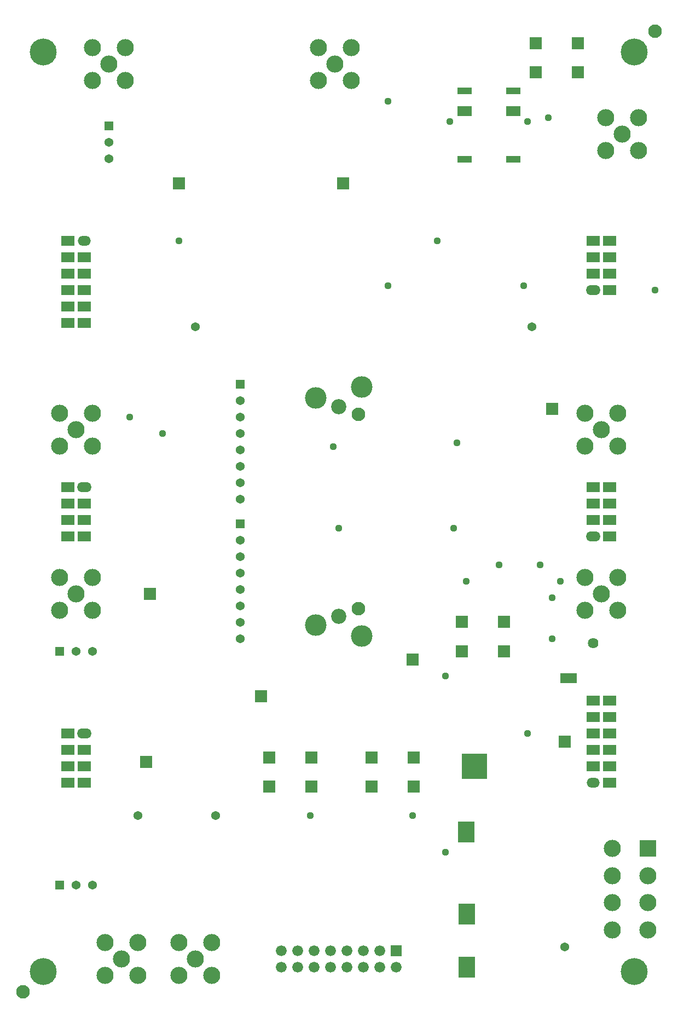
<source format=gbs>
*%FSLAX24Y24*%
*%MOIN*%
G01*
%ADD11C,0.0000*%
%ADD12C,0.0040*%
%ADD13C,0.0059*%
%ADD14C,0.0060*%
%ADD15C,0.0073*%
%ADD16C,0.0079*%
%ADD17C,0.0080*%
%ADD18C,0.0098*%
%ADD19C,0.0100*%
%ADD20C,0.0120*%
%ADD21C,0.0150*%
%ADD22C,0.0197*%
%ADD23C,0.0200*%
%ADD24C,0.0200*%
%ADD25C,0.0240*%
%ADD26C,0.0250*%
%ADD27C,0.0300*%
%ADD28C,0.0300*%
%ADD29C,0.0340*%
%ADD30C,0.0360*%
%ADD31C,0.0380*%
%ADD32C,0.0394*%
%ADD33C,0.0397*%
%ADD34C,0.0400*%
%ADD35C,0.0400*%
%ADD36C,0.0434*%
%ADD37C,0.0440*%
%ADD38C,0.0472*%
%ADD39C,0.0480*%
%ADD40C,0.0500*%
%ADD41C,0.0500*%
%ADD42C,0.0520*%
%ADD43C,0.0540*%
%ADD44C,0.0560*%
%ADD45C,0.0580*%
%ADD46C,0.0594*%
%ADD47C,0.0600*%
%ADD48C,0.0600*%
%ADD49C,0.0620*%
%ADD50C,0.0640*%
%ADD51C,0.0650*%
%ADD52C,0.0660*%
%ADD53C,0.0670*%
%ADD54C,0.0672*%
%ADD55O,0.0750X0.0560*%
%ADD56C,0.0760*%
%ADD57C,0.0787*%
%ADD58O,0.0790X0.0600*%
%ADD59C,0.0800*%
%ADD60C,0.0827*%
%ADD61O,0.0850X0.0560*%
%ADD62C,0.0850*%
%ADD63C,0.0870*%
%ADD64C,0.0886*%
%ADD65C,0.0889*%
%ADD66O,0.0890X0.0600*%
%ADD67C,0.0926*%
%ADD68C,0.1000*%
%ADD69C,0.1040*%
%ADD70C,0.1161*%
%ADD71C,0.1250*%
%ADD72C,0.1276*%
%ADD73C,0.1316*%
%ADD74C,0.1600*%
%ADD75C,0.1640*%
%ADD76C,0.2250*%
%ADD77R,0.0200X0.0200*%
%ADD78R,0.0350X0.0500*%
%ADD79R,0.0350X0.0520*%
%ADD80R,0.0360X0.1300*%
%ADD81R,0.0370X0.0530*%
%ADD82R,0.0394X0.0551*%
%ADD83R,0.0394X0.1102*%
%ADD84R,0.0400X0.0500*%
%ADD85R,0.0400X0.0750*%
%ADD86R,0.0400X0.1350*%
%ADD87R,0.0434X0.0591*%
%ADD88R,0.0440X0.0540*%
%ADD89R,0.0440X0.1390*%
%ADD90R,0.0500X0.0400*%
%ADD91R,0.0500X0.0500*%
%ADD92R,0.0500X0.0500*%
%ADD93R,0.0500X0.1200*%
%ADD94R,0.0540X0.0440*%
%ADD95R,0.0540X0.0540*%
%ADD96R,0.0550X0.0350*%
%ADD97R,0.0551X0.0394*%
%ADD98R,0.0591X0.0177*%
%ADD99R,0.0591X0.0434*%
%ADD100R,0.0600X0.0600*%
%ADD101R,0.0600X0.0650*%
%ADD102R,0.0600X0.1250*%
%ADD103R,0.0620X0.0620*%
%ADD104R,0.0631X0.0217*%
%ADD105R,0.0640X0.0640*%
%ADD106R,0.0640X0.1290*%
%ADD107R,0.0650X0.0300*%
%ADD108R,0.0660X0.0660*%
%ADD109R,0.0700X0.0300*%
%ADD110R,0.0700X0.0340*%
%ADD111R,0.0700X0.0350*%
%ADD112R,0.0700X0.0700*%
%ADD113R,0.0709X0.0394*%
%ADD114R,0.0740X0.0740*%
%ADD115R,0.0749X0.0434*%
%ADD116R,0.0750X0.0300*%
%ADD117R,0.0750X0.0400*%
%ADD118R,0.0750X0.0550*%
%ADD119R,0.0750X0.0560*%
%ADD120R,0.0790X0.0600*%
%ADD121R,0.0800X0.0350*%
%ADD122R,0.0800X0.0550*%
%ADD123R,0.0827X0.0394*%
%ADD124R,0.0827X0.0591*%
%ADD125R,0.0867X0.0434*%
%ADD126R,0.0867X0.0631*%
%ADD127R,0.0950X0.1200*%
%ADD128R,0.0960X0.0540*%
%ADD129R,0.0960X0.1220*%
%ADD130R,0.1000X0.0600*%
%ADD131R,0.1000X0.1000*%
%ADD132R,0.1000X0.1000*%
%ADD133R,0.1000X0.1100*%
%ADD134R,0.1000X0.1200*%
%ADD135R,0.1000X0.1250*%
%ADD136R,0.1040X0.0640*%
%ADD137R,0.1040X0.1040*%
%ADD138R,0.1040X0.1290*%
%ADD139R,0.1200X0.1200*%
%ADD140R,0.1417X0.0551*%
%ADD141R,0.1500X0.1500*%
%ADD142R,0.1540X0.1540*%
%ADD143R,0.2000X0.2000*%
%ADD144R,0.2200X0.2200*%
%ADD145R,0.2500X0.2500*%
D11*
X93460Y36000D02*
D03*
X91710Y36750D02*
D03*
X91460Y74000D02*
D03*
X89960Y56750D02*
D03*
X91460Y59000D02*
D03*
X89960Y61250D02*
D03*
Y62250D02*
D03*
Y65750D02*
D03*
X91210Y80250D02*
D03*
Y83750D02*
D03*
X88710Y59000D02*
D03*
X87960Y44250D02*
D03*
Y43000D02*
D03*
Y42000D02*
D03*
X89210Y76500D02*
D03*
X88960Y83000D02*
D03*
X88710Y81000D02*
D03*
Y74000D02*
D03*
X85960Y30500D02*
D03*
Y32000D02*
D03*
X87210Y33750D02*
D03*
Y35750D02*
D03*
X85960Y73500D02*
D03*
Y83500D02*
D03*
X87210Y86750D02*
D03*
Y84750D02*
D03*
X85960D02*
D03*
X85460Y36000D02*
D03*
X85210Y38250D02*
D03*
X85460Y43000D02*
D03*
Y41750D02*
D03*
X84210Y67250D02*
D03*
Y62250D02*
D03*
X85710Y80250D02*
D03*
X84460Y69500D02*
D03*
Y71000D02*
D03*
Y72250D02*
D03*
Y73500D02*
D03*
X82710Y39500D02*
D03*
X83210Y67250D02*
D03*
X82210D02*
D03*
Y62250D02*
D03*
X83210D02*
D03*
X82960Y80750D02*
D03*
X82710Y87000D02*
D03*
Y85000D02*
D03*
X81710Y36250D02*
D03*
X80710Y31250D02*
D03*
Y34500D02*
D03*
X81460Y49250D02*
D03*
X79960Y39000D02*
D03*
X80960Y42250D02*
D03*
Y41250D02*
D03*
X80710Y62250D02*
D03*
X80960Y54750D02*
D03*
Y67250D02*
D03*
X81210Y76500D02*
D03*
Y78000D02*
D03*
X81460Y79750D02*
D03*
X80710Y73750D02*
D03*
Y71250D02*
D03*
Y85500D02*
D03*
Y86500D02*
D03*
X78210Y31250D02*
D03*
X79460Y35250D02*
D03*
Y36250D02*
D03*
X78460Y49000D02*
D03*
X79460Y41500D02*
D03*
X78710Y39250D02*
D03*
X79210Y63750D02*
D03*
Y54750D02*
D03*
Y67250D02*
D03*
Y62250D02*
D03*
X78210Y81000D02*
D03*
Y82500D02*
D03*
X78960Y73750D02*
D03*
Y71250D02*
D03*
X79460Y84750D02*
D03*
X76210Y39500D02*
D03*
X77460Y54750D02*
D03*
Y67250D02*
D03*
X76210Y62250D02*
D03*
X77460D02*
D03*
Y63750D02*
D03*
X76210Y54750D02*
D03*
X76260Y57450D02*
D03*
X76310Y58500D02*
D03*
X76360Y63750D02*
D03*
X76210Y76500D02*
D03*
Y78000D02*
D03*
Y81000D02*
D03*
Y82500D02*
D03*
X77210Y73750D02*
D03*
X76210Y71250D02*
D03*
X77460D02*
D03*
X74210Y39750D02*
D03*
X74960Y47250D02*
D03*
X72210Y35250D02*
D03*
X72960Y46750D02*
D03*
X73660Y61950D02*
D03*
X73960Y56300D02*
D03*
X70960Y48500D02*
D03*
X71210Y36750D02*
D03*
X70210Y37750D02*
D03*
X71210D02*
D03*
X71460Y41000D02*
D03*
X70960Y51750D02*
D03*
X71710Y56750D02*
D03*
X70810Y63700D02*
D03*
X71860Y63950D02*
D03*
X70610Y61250D02*
D03*
X71110Y60250D02*
D03*
X71760Y59250D02*
D03*
X70960Y81000D02*
D03*
Y82500D02*
D03*
X71710Y85500D02*
D03*
Y87000D02*
D03*
X69710Y65250D02*
D03*
X69210Y82500D02*
D03*
X69710Y85500D02*
D03*
X69960Y87500D02*
D03*
X68210Y87750D02*
D03*
X66210Y34750D02*
D03*
X67210Y47750D02*
D03*
Y42000D02*
D03*
X67710Y67500D02*
D03*
X67210Y66250D02*
D03*
Y58750D02*
D03*
Y54000D02*
D03*
X66710Y80750D02*
D03*
X66460Y82250D02*
D03*
X67210Y73750D02*
D03*
Y78000D02*
D03*
Y76500D02*
D03*
X67960Y85500D02*
D03*
X66460D02*
D03*
X65210Y30000D02*
D03*
X64210Y34750D02*
D03*
X64460Y45750D02*
D03*
X65710Y47750D02*
D03*
X64460Y49250D02*
D03*
X65960Y39750D02*
D03*
X64460Y66250D02*
D03*
X64210Y63250D02*
D03*
Y64250D02*
D03*
X64460Y54000D02*
D03*
X65460Y73750D02*
D03*
X65710Y76500D02*
D03*
X64460Y87500D02*
D03*
X63960Y39750D02*
D03*
Y42000D02*
D03*
Y58750D02*
D03*
X62710D02*
D03*
X62960Y65500D02*
D03*
X63210Y74750D02*
D03*
Y76250D02*
D03*
X60710Y30000D02*
D03*
X61460Y34750D02*
D03*
X60960Y67250D02*
D03*
X61210Y63750D02*
D03*
X60960Y70000D02*
D03*
X62210Y87000D02*
D03*
Y85500D02*
D03*
X58960Y49500D02*
D03*
X59460Y44000D02*
D03*
X59210Y59000D02*
D03*
Y73000D02*
D03*
X59960Y34750D02*
D03*
X59710Y60750D02*
D03*
X57460Y69500D02*
D03*
X56460Y59000D02*
D03*
Y73000D02*
D03*
X57960Y35500D02*
D03*
X56960Y49500D02*
D03*
X56460Y46500D02*
D03*
X56710Y39500D02*
D03*
X56460Y44000D02*
D03*
X57960Y62250D02*
D03*
Y65750D02*
D03*
Y52250D02*
D03*
D36*
X54710Y29750D02*
D03*
X93210Y88250D02*
D03*
D37*
Y72500D02*
D03*
X86960Y51250D02*
D03*
Y53750D02*
D03*
X87460Y54750D02*
D03*
X86210Y55750D02*
D03*
X86710Y83000D02*
D03*
X85460Y45500D02*
D03*
X85210Y72750D02*
D03*
X85460Y82750D02*
D03*
X83710Y55750D02*
D03*
X80460Y49000D02*
D03*
Y38250D02*
D03*
X80960Y58000D02*
D03*
X81160Y63180D02*
D03*
X81710Y54750D02*
D03*
X80710Y82750D02*
D03*
X79960Y75500D02*
D03*
X78460Y40500D02*
D03*
X76960Y72750D02*
D03*
Y84000D02*
D03*
X72210Y40500D02*
D03*
X73600Y62960D02*
D03*
X73960Y58000D02*
D03*
X64210Y75500D02*
D03*
X63210Y63750D02*
D03*
X61210Y64750D02*
D03*
D43*
X87710Y32500D02*
D03*
X85710Y70250D02*
D03*
X66460Y40500D02*
D03*
X65210Y70250D02*
D03*
X61710Y40500D02*
D03*
X57960Y36250D02*
D03*
X58960D02*
D03*
X57960Y50500D02*
D03*
X58960D02*
D03*
X67960Y65750D02*
D03*
Y59750D02*
D03*
Y60750D02*
D03*
Y61750D02*
D03*
Y62750D02*
D03*
Y63750D02*
D03*
Y64750D02*
D03*
Y57250D02*
D03*
Y51250D02*
D03*
Y52250D02*
D03*
Y53250D02*
D03*
Y54250D02*
D03*
Y55250D02*
D03*
Y56250D02*
D03*
X59960Y81500D02*
D03*
Y80500D02*
D03*
D50*
X89460Y51000D02*
D03*
D52*
X70460Y31250D02*
D03*
Y32250D02*
D03*
X71460Y31250D02*
D03*
Y32250D02*
D03*
X72460Y31250D02*
D03*
Y32250D02*
D03*
X73460Y31250D02*
D03*
Y32250D02*
D03*
X74460Y31250D02*
D03*
Y32250D02*
D03*
X75460Y31250D02*
D03*
Y32250D02*
D03*
X76460D02*
D03*
X77460Y31250D02*
D03*
X76460D02*
D03*
D58*
X58460Y75500D02*
D03*
X89460Y42500D02*
D03*
D60*
X54710Y29750D02*
D03*
X75141Y64906D02*
D03*
Y53094D02*
D03*
X93210Y88250D02*
D03*
D66*
X58460Y45500D02*
D03*
Y60500D02*
D03*
X89460Y57500D02*
D03*
Y72500D02*
D03*
D67*
X73960Y52622D02*
D03*
Y65378D02*
D03*
D69*
X58960Y53000D02*
D03*
X56960D02*
D03*
X58960Y55000D02*
D03*
X57960Y54000D02*
D03*
X56960Y55000D02*
D03*
X58960Y63000D02*
D03*
X56960D02*
D03*
X58960Y65000D02*
D03*
X57960Y64000D02*
D03*
X56960Y65000D02*
D03*
X66210Y30750D02*
D03*
X64210D02*
D03*
X66210Y32750D02*
D03*
X65210Y31750D02*
D03*
X64210Y32750D02*
D03*
X61710Y30750D02*
D03*
X59710D02*
D03*
X61710Y32750D02*
D03*
X60710Y31750D02*
D03*
X59710Y32750D02*
D03*
X58960Y87250D02*
D03*
X59960Y86250D02*
D03*
X60960Y87250D02*
D03*
X58960Y85250D02*
D03*
X60960D02*
D03*
X72710Y87250D02*
D03*
X73710Y86250D02*
D03*
X74710Y87250D02*
D03*
X72710Y85250D02*
D03*
X74710D02*
D03*
X90960Y63000D02*
D03*
X88960D02*
D03*
X90960Y65000D02*
D03*
X89960Y64000D02*
D03*
X88960Y65000D02*
D03*
X90960Y53000D02*
D03*
X88960D02*
D03*
X90960Y55000D02*
D03*
X89960Y54000D02*
D03*
X88960Y55000D02*
D03*
X92793Y36827D02*
D03*
Y35173D02*
D03*
Y33520D02*
D03*
X90627Y38480D02*
D03*
Y36827D02*
D03*
Y35173D02*
D03*
Y33520D02*
D03*
X90210Y83000D02*
D03*
X91210Y82000D02*
D03*
X92210Y83000D02*
D03*
X90210Y81000D02*
D03*
X92210D02*
D03*
D73*
X72562Y65906D02*
D03*
X75358Y66587D02*
D03*
X72562Y52094D02*
D03*
X75358Y51413D02*
D03*
D75*
X55960Y31000D02*
D03*
Y87000D02*
D03*
X91960Y31000D02*
D03*
Y87000D02*
D03*
D95*
X56960Y36250D02*
D03*
Y50500D02*
D03*
X67960Y66750D02*
D03*
Y58250D02*
D03*
X59960Y82500D02*
D03*
D108*
X77460Y32250D02*
D03*
D114*
X69210Y47750D02*
D03*
X69710Y42250D02*
D03*
X72269D02*
D03*
Y44022D02*
D03*
X69710D02*
D03*
X62210Y43750D02*
D03*
X62460Y54000D02*
D03*
X74210Y79000D02*
D03*
X64210D02*
D03*
X81460Y52272D02*
D03*
X84019D02*
D03*
Y50500D02*
D03*
X81460D02*
D03*
X78460Y50000D02*
D03*
X87710Y45000D02*
D03*
X75960Y42250D02*
D03*
X78519D02*
D03*
Y44022D02*
D03*
X75960D02*
D03*
X86960Y65250D02*
D03*
X85960Y85750D02*
D03*
X88519D02*
D03*
Y87522D02*
D03*
X85960D02*
D03*
D120*
X57460Y45500D02*
D03*
Y42500D02*
D03*
Y43500D02*
D03*
X58460D02*
D03*
X57460Y44500D02*
D03*
X58460D02*
D03*
Y42500D02*
D03*
X57460Y60500D02*
D03*
Y57500D02*
D03*
Y58500D02*
D03*
X58460D02*
D03*
X57460Y59500D02*
D03*
X58460D02*
D03*
Y57500D02*
D03*
Y70500D02*
D03*
X57460D02*
D03*
Y71500D02*
D03*
X58460D02*
D03*
X57460Y72500D02*
D03*
X58460D02*
D03*
X57460Y73500D02*
D03*
X58460D02*
D03*
X57460Y74500D02*
D03*
X58460D02*
D03*
X57460Y75500D02*
D03*
X89460Y47500D02*
D03*
X90460D02*
D03*
Y46500D02*
D03*
X89460D02*
D03*
X90460Y45500D02*
D03*
X89460D02*
D03*
X90460Y44500D02*
D03*
X89460D02*
D03*
X90460Y43500D02*
D03*
X89460D02*
D03*
X90460Y42500D02*
D03*
Y57500D02*
D03*
Y60500D02*
D03*
Y59500D02*
D03*
X89460D02*
D03*
X90460Y58500D02*
D03*
X89460D02*
D03*
Y60500D02*
D03*
X90460Y72500D02*
D03*
Y75500D02*
D03*
Y74500D02*
D03*
X89460D02*
D03*
X90460Y73500D02*
D03*
X89460D02*
D03*
Y75500D02*
D03*
D125*
X81612Y84630D02*
D03*
X84564D02*
D03*
X81612Y80457D02*
D03*
X84564D02*
D03*
D126*
Y83370D02*
D03*
X81612D02*
D03*
D136*
X87960Y48850D02*
D03*
D137*
X92793Y38480D02*
D03*
D138*
X81760Y31250D02*
D03*
Y34500D02*
D03*
X81710Y39500D02*
D03*
D142*
X82210Y43500D02*
D03*
M02*

</source>
